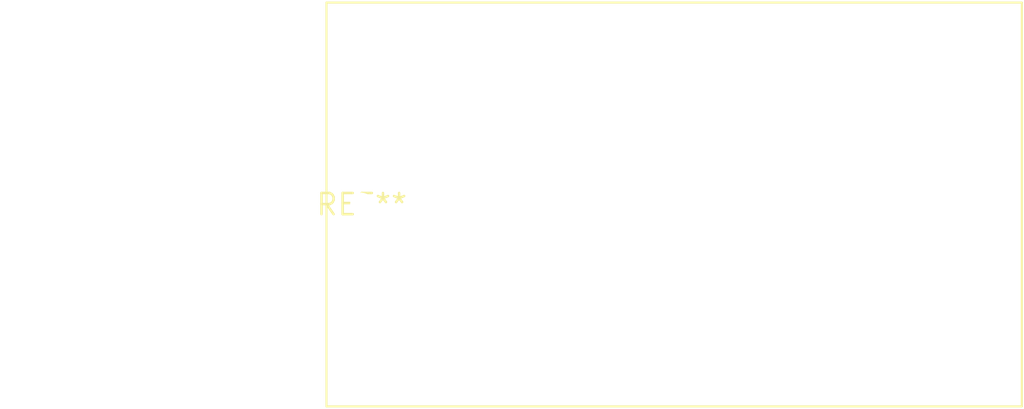
<source format=kicad_pcb>
(kicad_pcb (version 20240108) (generator pcbnew)
  (layers (0 "F.Cu" signal) (31 "B.Cu" signal) (34 "B.Paste" user) (35 "F.Paste" user) (36 "B.SilkS" user "B.Silkscreen") (37 "F.SilkS" user "F.Silkscreen") (38 "B.Mask" user) (39 "F.Mask" user) (44 "Edge.Cuts" user))
  (net 0 "")
  (footprint "C_Rect_L41.5mm_W24.0mm_P37.50mm_MKS4" (layer "F.Cu") (at 0 0)
    (property "Reference" "REF**")
    (property "Value" "C_Rect_L41.5mm_W24.0mm_P37.50mm_MKS4")
    (fp_line (start -2.12 -12.12) (end -2.12 12.12) (layer "F.SilkS") (stroke (width 0.12)))
    (fp_line (start -2.12 -12.12) (end 39.62 -12.12) (layer "F.SilkS") (stroke (width 0.12)))
    (fp_line (start -2.12 12.12) (end 39.62 12.12) (layer "F.SilkS") (stroke (width 0.12)))
    (fp_line (start 39.62 -12.12) (end 39.62 12.12) (layer "F.SilkS") (stroke (width 0.12)))
    (pad "1" thru_hole circle (at 0 0) (size 2.8 2.8) (drill 1.4) (layers *.Cu *.Mask) (remove_unused_layers))
    (pad "2" thru_hole circle (at 37.5 0) (size 2.8 2.8) (drill 1.4) (layers *.Cu *.Mask) (remove_unused_layers))
  )
)
</source>
